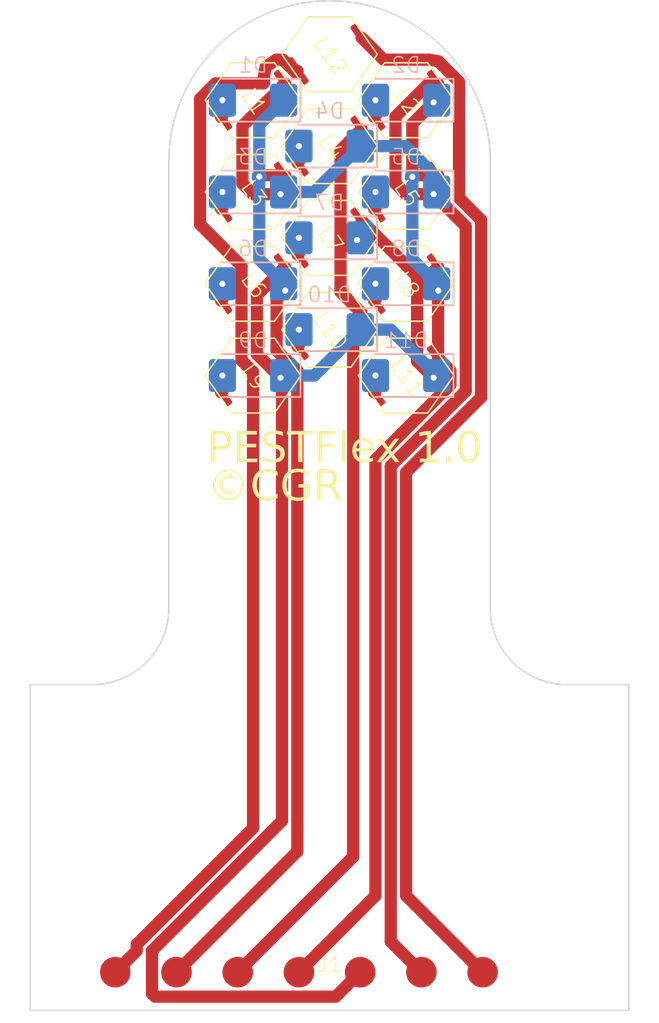
<source format=kicad_pcb>
(kicad_pcb (version 20221018) (generator pcbnew)
  (layers (0 "F.Cu" signal) (31 "B.Cu" signal) (34 "B.Paste" user) (35 "F.Paste" user) (36 "B.SilkS" user "B.Silkscreen") (37 "F.SilkS" user "F.Silkscreen") (38 "B.Mask" user) (39 "F.Mask" user) (44 "Edge.Cuts" user))
  (net 0 "")
  (net 1 "/X0")
  (net 2 "Net-(D1-A)")
  (net 3 "/X2")
  (net 4 "Net-(D2-A)")
  (net 5 "/Y0")
  (net 6 "Net-(D3-A)")
  (net 7 "Net-(D4-A)")
  (net 8 "Net-(D5-A)")
  (net 9 "Net-(D6-A)")
  (net 10 "/X1")
  (net 11 "Net-(D7-A)")
  (net 12 "Net-(D8-A)")
  (net 13 "/Y1")
  (net 14 "Net-(D9-A)")
  (net 15 "Net-(D10-A)")
  (net 16 "Net-(D11-A)")
  (net 17 "/A0")
  (net 18 "/B0")
  (footprint "Touchstone:PEST_SMD" (layer "F.Cu") (at 35 29 -55)
    (fp_text reference "L3" (at 0.1 0 -55 unlocked) (layer "F.SilkS") (effects (font (thickness 0.1))))
    (fp_text value "~")
    (fp_line (start -2.812163 -0.250029) (end -1.196767 -2.557054) (stroke (width 0.1)) (layer "F.SilkS"))
    (fp_line (start -1.790469 2.557054) (end -2.812163 -0.250029) (stroke (width 0.1)) (layer "F.SilkS"))
    (fp_line (start -1.196767 -2.557054) (end 1.790469 -2.557054) (stroke (width 0.1)) (layer "F.SilkS"))
    (fp_line (start 1.196767 2.557054) (end -1.790469 2.557054) (stroke (width 0.1)) (layer "F.SilkS"))
    (fp_line (start 1.790469 -2.557054) (end 2.812163 0.250029) (stroke (width 0.1)) (layer "F.SilkS"))
    (fp_line (start 2.812163 0.250029) (end 1.196767 2.557054) (stroke (width 0.1)) (layer "F.SilkS"))
    (pad "1" smd roundrect (at 0.3 -2.34 305) (size 2 0.5) (layers "F.Cu" "F.Paste" "F.Mask") (net 1 "/X0"))
    (pad "2" smd roundrect (at -0.3 2.34 305) (size 2 0.5) (layers "F.Cu" "F.Paste" "F.Mask") (net 6 "Net-(D3-A)"))
  )
  (footprint "Touchstone:PEST_SMD" (layer "F.Cu") (at 35 23 -55)
    (fp_text reference "L1" (at 0.1 0 -55 unlocked) (layer "F.SilkS") (effects (font (thickness 0.1))))
    (fp_text value "~")
    (fp_line (start -2.812163 -0.250029) (end -1.196767 -2.557054) (stroke (width 0.1)) (layer "F.SilkS"))
    (fp_line (start -1.790469 2.557054) (end -2.812163 -0.250029) (stroke (width 0.1)) (layer "F.SilkS"))
    (fp_line (start -1.196767 -2.557054) (end 1.790469 -2.557054) (stroke (width 0.1)) (layer "F.SilkS"))
    (fp_line (start 1.196767 2.557054) (end -1.790469 2.557054) (stroke (width 0.1)) (layer "F.SilkS"))
    (fp_line (start 1.790469 -2.557054) (end 2.812163 0.250029) (stroke (width 0.1)) (layer "F.SilkS"))
    (fp_line (start 2.812163 0.250029) (end 1.196767 2.557054) (stroke (width 0.1)) (layer "F.SilkS"))
    (pad "1" smd roundrect (at 0.3 -2.34 305) (size 2 0.5) (layers "F.Cu" "F.Paste" "F.Mask") (net 5 "/Y0"))
    (pad "2" smd roundrect (at -0.3 2.34 305) (size 2 0.5) (layers "F.Cu" "F.Paste" "F.Mask") (net 2 "Net-(D1-A)"))
  )
  (footprint "Touchstone:Mounting_Hole" (layer "F.Cu") (at 24 64.75)
    (fp_text reference "REF**" hide)
    (fp_text value "Mounting_Hole")
    (pad "" np_thru_hole circle (at 0 0) (size 3.1 3.1) (drill 3.1) (layers "F&B.Cu" "*.Mask"))
  )
  (footprint "Touchstone:PEST_SMD" (layer "F.Cu") (at 45 35 -55)
    (fp_text reference "L8" (at 0.1 0 -55 unlocked) (layer "F.SilkS") (effects (font (thickness 0.1))))
    (fp_text value "~")
    (fp_line (start -2.812163 -0.250029) (end -1.196767 -2.557054) (stroke (width 0.1)) (layer "F.SilkS"))
    (fp_line (start -1.790469 2.557054) (end -2.812163 -0.250029) (stroke (width 0.1)) (layer "F.SilkS"))
    (fp_line (start -1.196767 -2.557054) (end 1.790469 -2.557054) (stroke (width 0.1)) (layer "F.SilkS"))
    (fp_line (start 1.196767 2.557054) (end -1.790469 2.557054) (stroke (width 0.1)) (layer "F.SilkS"))
    (fp_line (start 1.790469 -2.557054) (end 2.812163 0.250029) (stroke (width 0.1)) (layer "F.SilkS"))
    (fp_line (start 2.812163 0.250029) (end 1.196767 2.557054) (stroke (width 0.1)) (layer "F.SilkS"))
    (pad "1" smd roundrect (at 0.3 -2.34 305) (size 2 0.5) (layers "F.Cu" "F.Paste" "F.Mask") (net 13 "/Y1"))
    (pad "2" smd roundrect (at -0.3 2.34 305) (size 2 0.5) (layers "F.Cu" "F.Paste" "F.Mask") (net 12 "Net-(D8-A)"))
  )
  (footprint "Touchstone:Mounting_Hole" (layer "F.Cu") (at 56 64.75)
    (fp_text reference "REF**" hide)
    (fp_text value "Mounting_Hole")
    (pad "" np_thru_hole circle (at 0 0) (size 3.1 3.1) (drill 3.1) (layers "*.Cu" "*.Mask"))
  )
  (footprint "Touchstone:PEST_SMD" (layer "F.Cu") (at 35 41 -55)
    (fp_text reference "L9" (at 0.1 0 -55 unlocked) (layer "F.SilkS") (effects (font (thickness 0.1))))
    (fp_text value "~")
    (fp_line (start -2.812163 -0.250029) (end -1.196767 -2.557054) (stroke (width 0.1)) (layer "F.SilkS"))
    (fp_line (start -1.790469 2.557054) (end -2.812163 -0.250029) (stroke (width 0.1)) (layer "F.SilkS"))
    (fp_line (start -1.196767 -2.557054) (end 1.790469 -2.557054) (stroke (width 0.1)) (layer "F.SilkS"))
    (fp_line (start 1.196767 2.557054) (end -1.790469 2.557054) (stroke (width 0.1)) (layer "F.SilkS"))
    (fp_line (start 1.790469 -2.557054) (end 2.812163 0.250029) (stroke (width 0.1)) (layer "F.SilkS"))
    (fp_line (start 2.812163 0.250029) (end 1.196767 2.557054) (stroke (width 0.1)) (layer "F.SilkS"))
    (pad "1" smd roundrect (at 0.3 -2.34 305) (size 2 0.5) (layers "F.Cu" "F.Paste" "F.Mask") (net 1 "/X0"))
    (pad "2" smd roundrect (at -0.3 2.34 305) (size 2 0.5) (layers "F.Cu" "F.Paste" "F.Mask") (net 14 "Net-(D9-A)"))
  )
  (footprint "Touchstone:PEST_SMD" (layer "F.Cu") (at 35 35 -55)
    (fp_text reference "L6" (at 0.1 0 -55 unlocked) (layer "F.SilkS") (effects (font (thickness 0.1))))
    (fp_text value "~")
    (fp_line (start -2.812163 -0.250029) (end -1.196767 -2.557054) (stroke (width 0.1)) (layer "F.SilkS"))
    (fp_line (start -1.790469 2.557054) (end -2.812163 -0.250029) (stroke (width 0.1)) (layer "F.SilkS"))
    (fp_line (start -1.196767 -2.557054) (end 1.790469 -2.557054) (stroke (width 0.1)) (layer "F.SilkS"))
    (fp_line (start 1.196767 2.557054) (end -1.790469 2.557054) (stroke (width 0.1)) (layer "F.SilkS"))
    (fp_line (start 1.790469 -2.557054) (end 2.812163 0.250029) (stroke (width 0.1)) (layer "F.SilkS"))
    (fp_line (start 2.812163 0.250029) (end 1.196767 2.557054) (stroke (width 0.1)) (layer "F.SilkS"))
    (pad "1" smd roundrect (at 0.3 -2.34 305) (size 2 0.5) (layers "F.Cu" "F.Paste" "F.Mask") (net 13 "/Y1"))
    (pad "2" smd roundrect (at -0.3 2.34 305) (size 2 0.5) (layers "F.Cu" "F.Paste" "F.Mask") (net 9 "Net-(D6-A)"))
  )
  (footprint "Touchstone:PEST_SMD" (layer "F.Cu") (at 40 26 -55)
    (fp_text reference "L4" (at 0.1 0 -55 unlocked) (layer "F.SilkS") (effects (font (thickness 0.1))))
    (fp_text value "~")
    (fp_line (start -2.812163 -0.250029) (end -1.196767 -2.557054) (stroke (width 0.1)) (layer "F.SilkS"))
    (fp_line (start -1.790469 2.557054) (end -2.812163 -0.250029) (stroke (width 0.1)) (layer "F.SilkS"))
    (fp_line (start -1.196767 -2.557054) (end 1.790469 -2.557054) (stroke (width 0.1)) (layer "F.SilkS"))
    (fp_line (start 1.196767 2.557054) (end -1.790469 2.557054) (stroke (width 0.1)) (layer "F.SilkS"))
    (fp_line (start 1.790469 -2.557054) (end 2.812163 0.250029) (stroke (width 0.1)) (layer "F.SilkS"))
    (fp_line (start 2.812163 0.250029) (end 1.196767 2.557054) (stroke (width 0.1)) (layer "F.SilkS"))
    (pad "1" smd roundrect (at 0.3 -2.34 305) (size 2 0.5) (layers "F.Cu" "F.Paste" "F.Mask") (net 10 "/X1"))
    (pad "2" smd roundrect (at -0.3 2.34 305) (size 2 0.5) (layers "F.Cu" "F.Paste" "F.Mask") (net 7 "Net-(D4-A)"))
  )
  (footprint "Touchstone:PEST_SMD" (layer "F.Cu") (at 40 38 -55)
    (fp_text reference "L10" (at 0.1 0 -55 unlocked) (layer "F.SilkS") (effects (font (thickness 0.1))))
    (fp_text value "~")
    (fp_line (start -2.812163 -0.250029) (end -1.196767 -2.557054) (stroke (width 0.1)) (layer "F.SilkS"))
    (fp_line (start -1.790469 2.557054) (end -2.812163 -0.250029) (stroke (width 0.1)) (layer "F.SilkS"))
    (fp_line (start -1.196767 -2.557054) (end 1.790469 -2.557054) (stroke (width 0.1)) (layer "F.SilkS"))
    (fp_line (start 1.196767 2.557054) (end -1.790469 2.557054) (stroke (width 0.1)) (layer "F.SilkS"))
    (fp_line (start 1.790469 -2.557054) (end 2.812163 0.250029) (stroke (width 0.1)) (layer "F.SilkS"))
    (fp_line (start 2.812163 0.250029) (end 1.196767 2.557054) (stroke (width 0.1)) (layer "F.SilkS"))
    (pad "1" smd roundrect (at 0.3 -2.34 305) (size 2 0.5) (layers "F.Cu" "F.Paste" "F.Mask") (net 10 "/X1"))
    (pad "2" smd roundrect (at -0.3 2.34 305) (size 2 0.5) (layers "F.Cu" "F.Paste" "F.Mask") (net 15 "Net-(D10-A)"))
  )
  (footprint "Touchstone:PEST_SMD" (layer "F.Cu") (at 45 41 -55)
    (fp_text reference "L11" (at 0.1 0 -55 unlocked) (layer "F.SilkS") (effects (font (thickness 0.1))))
    (fp_text value "~")
    (fp_line (start -2.812163 -0.250029) (end -1.196767 -2.557054) (stroke (width 0.1)) (layer "F.SilkS"))
    (fp_line (start -1.790469 2.557054) (end -2.812163 -0.250029) (stroke (width 0.1)) (layer "F.SilkS"))
    (fp_line (start -1.196767 -2.557054) (end 1.790469 -2.557054) (stroke (width 0.1)) (layer "F.SilkS"))
    (fp_line (start 1.196767 2.557054) (end -1.790469 2.557054) (stroke (width 0.1)) (layer "F.SilkS"))
    (fp_line (start 1.790469 -2.557054) (end 2.812163 0.250029) (stroke (width 0.1)) (layer "F.SilkS"))
    (fp_line (start 2.812163 0.250029) (end 1.196767 2.557054) (stroke (width 0.1)) (layer "F.SilkS"))
    (pad "1" smd roundrect (at 0.3 -2.34 305) (size 2 0.5) (layers "F.Cu" "F.Paste" "F.Mask") (net 3 "/X2"))
    (pad "2" smd roundrect (at -0.3 2.34 305) (size 2 0.5) (layers "F.Cu" "F.Paste" "F.Mask") (net 16 "Net-(D11-A)"))
  )
  (footprint "Touchstone:PEST_SMD" (layer "F.Cu") (at 45 29 -55)
    (fp_text reference "L5" (at 0.1 0 -55 unlocked) (layer "F.SilkS") (effects (font (thickness 0.1))))
    (fp_text value "~")
    (fp_line (start -2.812163 -0.250029) (end -1.196767 -2.557054) (stroke (width 0.1)) (layer "F.SilkS"))
    (fp_line (start -1.790469 2.557054) (end -2.812163 -0.250029) (stroke (width 0.1)) (layer "F.SilkS"))
    (fp_line (start -1.196767 -2.557054) (end 1.790469 -2.557054) (stroke (width 0.1)) (layer "F.SilkS"))
    (fp_line (start 1.196767 2.557054) (end -1.790469 2.557054) (stroke (width 0.1)) (layer "F.SilkS"))
    (fp_line (start 1.790469 -2.557054) (end 2.812163 0.250029) (stroke (width 0.1)) (layer "F.SilkS"))
    (fp_line (start 2.812163 0.250029) (end 1.196767 2.557054) (stroke (width 0.1)) (layer "F.SilkS"))
    (pad "1" smd roundrect (at 0.3 -2.34 305) (size 2 0.5) (layers "F.Cu" "F.Paste" "F.Mask") (net 3 "/X2"))
    (pad "2" smd roundrect (at -0.3 2.34 305) (size 2 0.5) (layers "F.Cu" "F.Paste" "F.Mask") (net 8 "Net-(D5-A)"))
  )
  (footprint "Touchstone:PEST_SMD" (layer "F.Cu") (at 40 20 -55)
    (fp_text reference "L12" (at 0.1 0 -55 unlocked) (layer "F.SilkS") (effects (font (thickness 0.1))))
    (fp_text value "~")
    (fp_line (start -2.812163 -0.250029) (end -1.196767 -2.557054) (stroke (width 0.1)) (layer "F.SilkS"))
    (fp_line (start -1.790469 2.557054) (end -2.812163 -0.250029) (stroke (width 0.1)) (layer "F.SilkS"))
    (fp_line (start -1.196767 -2.557054) (end 1.790469 -2.557054) (stroke (width 0.1)) (layer "F.SilkS"))
    (fp_line (start 1.196767 2.557054) (end -1.790469 2.557054) (stroke (width 0.1)) (layer "F.SilkS"))
    (fp_line (start 1.790469 -2.557054) (end 2.812163 0.250029) (stroke (width 0.1)) (layer "F.SilkS"))
    (fp_line (start 2.812163 0.250029) (end 1.196767 2.557054) (stroke (width 0.1)) (layer "F.SilkS"))
    (pad "1" smd roundrect (at 0.3 -2.34 305) (size 2 0.5) (layers "F.Cu" "F.Paste" "F.Mask") (net 17 "/A0"))
    (pad "2" smd roundrect (at -0.3 2.34 305) (size 2 0.5) (layers "F.Cu" "F.Paste" "F.Mask") (net 18 "/B0"))
  )
  (footprint "Touchstone:PEST_SMD" (layer "F.Cu") (at 40 32 -55)
    (fp_text reference "L7" (at 0.1 0 -55 unlocked) (layer "F.SilkS") (effects (font (thickness 0.1))))
    (fp_text value "~")
    (fp_line (start -2.812163 -0.250029) (end -1.196767 -2.557054) (stroke (width 0.1)) (layer "F.SilkS"))
    (fp_line (start -1.790469 2.557054) (end -2.812163 -0.250029) (stroke (width 0.1)) (layer "F.SilkS"))
    (fp_line (start -1.196767 -2.557054) (end 1.790469 -2.557054) (stroke (width 0.1)) (layer "F.SilkS"))
    (fp_line (start 1.196767 2.557054) (end -1.790469 2.557054) (stroke (width 0.1)) (layer "F.SilkS"))
    (fp_line (start 1.790469 -2.557054) (end 2.812163 0.250029) (stroke (width 0.1)) (layer "F.SilkS"))
    (fp_line (start 2.812163 0.250029) (end 1.196767 2.557054) (stroke (width 0.1)) (layer "F.SilkS"))
    (pad "1" smd roundrect (at 0.3 -2.34 305) (size 2 0.5) (layers "F.Cu" "F.Paste" "F.Mask") (net 13 "/Y1"))
    (pad "2" smd roundrect (at -0.3 2.34 305) (size 2 0.5) (layers "F.Cu" "F.Paste" "F.Mask") (net 11 "Net-(D7-A)"))
  )
  (footprint "Touchstone:Flex2Driver" (layer "F.Cu") (at 40 80)
    (fp_text reference "J1" (at 0 -0.5 unlocked) (layer "F.SilkS") (effects (font (thickness 0.1))))
    (fp_text value "Conn_01x07")
    (pad "1" smd circle (at -14 0) (size 2 2) (layers "F.Cu" "F.Paste" "F.Mask") (net 18 "/B0"))
    (pad "2" smd circle (at -10 0) (size 2 2) (layers "F.Cu" "F.Paste" "F.Mask") (net 1 "/X0"))
    (pad "3" smd circle (at -6 0) (size 2 2) (layers "F.Cu" "F.Paste" "F.Mask") (net 10 "/X1"))
    (pad "4" smd circle (at -2 0) (size 2 2) (layers "F.Cu" "F.Paste" "F.Mask") (net 3 "/X2"))
    (pad "5" smd circle (at 2 0) (size 2 2) (layers "F.Cu" "F.Paste" "F.Mask") (net 13 "/Y1"))
    (pad "6" smd circle (at 6 0) (size 2 2) (layers "F.Cu" "F.Paste" "F.Mask") (net 5 "/Y0"))
    (pad "7" smd circle (at 10 0) (size 2 2) (layers "F.Cu" "F.Paste" "F.Mask") (net 17 "/A0"))
  )
  (footprint "Touchstone:PEST_SMD" (layer "F.Cu") (at 45 23 -55)
    (fp_text reference "L2" (at 0.1 0 -55 unlocked) (layer "F.SilkS") (effects (font (thickness 0.1))))
    (fp_text value "~")
    (fp_line (start -2.812163 -0.250029) (end -1.196767 -2.557054) (stroke (width 0.1)) (layer "F.SilkS"))
    (fp_line (start -1.790469 2.557054) (end -2.812163 -0.250029) (stroke (width 0.1)) (layer "F.SilkS"))
    (fp_line (start -1.196767 -2.557054) (end 1.790469 -2.557054) (stroke (width 0.1)) (layer "F.SilkS"))
    (fp_line (start 1.196767 2.557054) (end -1.790469 2.557054) (stroke (width 0.1)) (layer "F.SilkS"))
    (fp_line (start 1.790469 -2.557054) (end 2.812163 0.250029) (stroke (width 0.1)) (layer "F.SilkS"))
    (fp_line (start 2.812163 0.250029) (end 1.196767 2.557054) (stroke (width 0.1)) (layer "F.SilkS"))
    (pad "1" smd roundrect (at 0.3 -2.34 305) (size 2 0.5) (layers "F.Cu" "F.Paste" "F.Mask") (net 5 "/Y0"))
    (pad "2" smd roundrect (at -0.3 2.34 305) (size 2 0.5) (layers "F.Cu" "F.Paste" "F.Mask") (net 4 "Net-(D2-A)"))
  )
  (footprint "Touchstone:ES2A-L Diode" (layer "B.Cu") (at 35 29 180)
    (fp_text reference "D3" (at 0 2.3 unlocked) (layer "B.SilkS") (effects (font (thickness 0.1)) (justify mirror)))
    (fp_text value "D")
    (fp_line (start -3.1 -1.4) (end 2 -1.4) (stroke (width 0.12)) (layer "B.SilkS"))
    (fp_line (start -3.1 1.4) (end -3.1 -1.4) (stroke (width 0.12)) (layer "B.SilkS"))
    (fp_line (start -3.1 1.4) (end 2 1.4) (stroke (width 0.12)) (layer "B.SilkS"))
    (pad "1" smd roundrect (at -2 0 180) (size 1.78 2.16) (layers "B.Cu" "B.Paste" "B.Mask") (roundrect_rratio 0.138888764) (net 5 "/Y0"))
    (pad "2" smd roundrect (at 2 0 180) (size 1.78 2.16) (layers "B.Cu" "B.Paste" "B.Mask") (roundrect_rratio 0.138888764) (net 6 "Net-(D3-A)"))
  )
  (footprint "Touchstone:ES2A-L Diode" (layer "B.Cu") (at 40 26 180)
    (fp_text reference "D4" (at 0 2.3 unlocked) (layer "B.SilkS") (effects (font (thickness 0.1)) (justify mirror)))
    (fp_text value "D")
    (fp_line (start -3.1 -1.4) (end 2 -1.4) (stroke (width 0.12)) (layer "B.SilkS"))
    (fp_line (start -3.1 1.4) (end -3.1 -1.4) (stroke (width 0.12)) (layer "B.SilkS"))
    (fp_line (start -3.1 1.4) (end 2 1.4) (stroke (width 0.12)) (layer "B.SilkS"))
    (pad "1" smd roundrect (at -2 0 180) (size 1.78 2.16) (layers "B.Cu" "B.Paste" "B.Mask") (roundrect_rratio 0.138888764) (net 5 "/Y0"))
    (pad "2" smd roundrect (at 2 0 180) (size 1.78 2.16) (layers "B.Cu" "B.Paste" "B.Mask") (roundrect_rratio 0.138888764) (net 7 "Net-(D4-A)"))
  )
  (footprint "Touchstone:ES2A-L Diode" (layer "B.Cu") (at 35 35 180)
    (fp_text reference "D6" (at 0 2.3 unlocked) (layer "B.SilkS") (effects (font (thickness 0.1)) (justify mirror)))
    (fp_text value "D")
    (fp_line (start -3.1 -1.4) (end 2 -1.4) (stroke (width 0.12)) (layer "B.SilkS"))
    (fp_line (start -3.1 1.4) (end -3.1 -1.4) (stroke (width 0.12)) (layer "B.SilkS"))
    (fp_line (start -3.1 1.4) (end 2 1.4) (stroke (width 0.12)) (layer "B.SilkS"))
    (pad "1" smd roundrect (at -2 0 180) (size 1.78 2.16) (layers "B.Cu" "B.Paste" "B.Mask") (roundrect_rratio 0.138888764) (net 1 "/X0"))
    (pad "2" smd roundrect (at 2 0 180) (size 1.78 2.16) (layers "B.Cu" "B.Paste" "B.Mask") (roundrect_rratio 0.138888764) (net 9 "Net-(D6-A)"))
  )
  (footprint "Touchstone:ES2A-L Diode" (layer "B.Cu") (at 45 29 180)
    (fp_text reference "D5" (at 0 2.3 unlocked) (layer "B.SilkS") (effects (font (thickness 0.1)) (justify mirror)))
    (fp_text value "D")
    (fp_line (start -3.1 -1.4) (end 2 -1.4) (stroke (width 0.12)) (layer "B.SilkS"))
    (fp_line (start -3.1 1.4) (end -3.1 -1.4) (stroke (width 0.12)) (layer "B.SilkS"))
    (fp_line (start -3.1 1.4) (end 2 1.4) (stroke (width 0.12)) (layer "B.SilkS"))
    (pad "1" smd roundrect (at -2 0 180) (size 1.78 2.16) (layers "B.Cu" "B.Paste" "B.Mask") (roundrect_rratio 0.138888764) (net 5 "/Y0"))
    (pad "2" smd roundrect (at 2 0 180) (size 1.78 2.16) (layers "B.Cu" "B.Paste" "B.Mask") (roundrect_rratio 0.138888764) (net 8 "Net-(D5-A)"))
  )
  (footprint "Touchstone:ES2A-L Diode" (layer "B.Cu") (at 40 32 180)
    (fp_text reference "D7" (at 0 2.3 unlocked) (layer "B.SilkS") (effects (font (thickness 0.1)) (justify mirror)))
    (fp_text value "D")
    (fp_line (start -3.1 -1.4) (end 2 -1.4) (stroke (width 0.12)) (layer "B.SilkS"))
    (fp_line (start -3.1 1.4) (end -3.1 -1.4) (stroke (width 0.12)) (layer "B.SilkS"))
    (fp_line (start -3.1 1.4) (end 2 1.4) (stroke (width 0.12)) (layer "B.SilkS"))
    (pad "1" smd roundrect (at -2 0 180) (size 1.78 2.16) (layers "B.Cu" "B.Paste" "B.Mask") (roundrect_rratio 0.138888764) (net 10 "/X1"))
    (pad "2" smd roundrect (at 2 0 180) (size 1.78 2.16) (layers "B.Cu" "B.Paste" "B.Mask") (roundrect_rratio 0.138888764) (net 11 "Net-(D7-A)"))
  )
  (footprint "Touchstone:ES2A-L Diode" (layer "B.Cu") (at 45 41 180)
    (fp_text reference "D11" (at 0 2.3 unlocked) (layer "B.SilkS") (effects (font (thickness 0.1)) (justify mirror)))
    (fp_text value "D")
    (fp_line (start -3.1 -1.4) (end 2 -1.4) (stroke (width 0.12)) (layer "B.SilkS"))
    (fp_line (start -3.1 1.4) (end -3.1 -1.4) (stroke (width 0.12)) (layer "B.SilkS"))
    (fp_line (start -3.1 1.4) (end 2 1.4) (stroke (width 0.12)) (layer "B.SilkS"))
    (pad "1" smd roundrect (at -2 0 180) (size 1.78 2.16) (layers "B.Cu" "B.Paste" "B.Mask") (roundrect_rratio 0.138888764) (net 13 "/Y1"))
    (pad "2" smd roundrect (at 2 0 180) (size 1.78 2.16) (layers "B.Cu" "B.Paste" "B.Mask") (roundrect_rratio 0.138888764) (net 16 "Net-(D11-A)"))
  )
  (footprint "Touchstone:ES2A-L Diode" (layer "B.Cu") (at 45 35 180)
    (fp_text reference "D8" (at 0 2.3 unlocked) (layer "B.SilkS") (effects (font (thickness 0.1)) (justify mirror)))
    (fp_text value "D")
    (fp_line (start -3.1 -1.4) (end 2 -1.4) (stroke (width 0.12)) (layer "B.SilkS"))
    (fp_line (start -3.1 1.4) (end -3.1 -1.4) (stroke (width 0.12)) (layer "B.SilkS"))
    (fp_line (start -3.1 1.4) (end 2 1.4) (stroke (width 0.12)) (layer "B.SilkS"))
    (pad "1" smd roundrect (at -2 0 180) (size 1.78 2.16) (layers "B.Cu" "B.Paste" "B.Mask") (roundrect_rratio 0.138888764) (net 3 "/X2"))
    (pad "2" smd roundrect (at 2 0 180) (size 1.78 2.16) (layers "B.Cu" "B.Paste" "B.Mask") (roundrect_rratio 0.138888764) (net 12 "Net-(D8-A)"))
  )
  (footprint "Touchstone:ES2A-L Diode" (layer "B.Cu") (at 40 38 180)
    (fp_text reference "D10" (at 0 2.3 unlocked) (layer "B.SilkS") (effects (font (thickness 0.1)) (justify mirror)))
    (fp_text value "D")
    (fp_line (start -3.1 -1.4) (end 2 -1.4) (stroke (width 0.12)) (layer "B.SilkS"))
    (fp_line (start -3.1 1.4) (end -3.1 -1.4) (stroke (width 0.12)) (layer "B.SilkS"))
    (fp_line (start -3.1 1.4) (end 2 1.4) (stroke (width 0.12)) (layer "B.SilkS"))
    (pad "1" smd roundrect (at -2 0 180) (size 1.78 2.16) (layers "B.Cu" "B.Paste" "B.Mask") (roundrect_rratio 0.138888764) (net 13 "/Y1"))
    (pad "2" smd roundrect (at 2 0 180) (size 1.78 2.16) (layers "B.Cu" "B.Paste" "B.Mask") (roundrect_rratio 0.138888764) (net 15 "Net-(D10-A)"))
  )
  (footprint "Touchstone:ES2A-L Diode" (layer "B.Cu") (at 35 23 180)
    (fp_text reference "D1" (at 0 2.3 unlocked) (layer "B.SilkS") (effects (font (thickness 0.1)) (justify mirror)))
    (fp_text value "D")
    (fp_line (start -3.1 -1.4) (end 2 -1.4) (stroke (width 0.12)) (layer "B.SilkS"))
    (fp_line (start -3.1 1.4) (end -3.1 -1.4) (stroke (width 0.12)) (layer "B.SilkS"))
    (fp_line (start -3.1 1.4) (end 2 1.4) (stroke (width 0.12)) (layer "B.SilkS"))
    (pad "1" smd roundrect (at -2 0 180) (size 1.78 2.16) (layers "B.Cu" "B.Paste" "B.Mask") (roundrect_rratio 0.138888764) (net 1 "/X0"))
    (pad "2" smd roundrect (at 2 0 180) (size 1.78 2.16) (layers "B.Cu" "B.Paste" "B.Mask") (roundrect_rratio 0.138888764) (net 2 "Net-(D1-A)"))
  )
  (footprint "Touchstone:ES2A-L Diode" (layer "B.Cu") (at 35 41 180)
    (fp_text reference "D9" (at 0 2.3 unlocked) (layer "B.SilkS") (effects (font (thickness 0.1)) (justify mirror)))
    (fp_text value "D")
    (fp_line (start -3.1 -1.4) (end 2 -1.4) (stroke (width 0.12)) (layer "B.SilkS"))
    (fp_line (start -3.1 1.4) (end -3.1 -1.4) (stroke (width 0.12)) (layer "B.SilkS"))
    (fp_line (start -3.1 1.4) (end 2 1.4) (stroke (width 0.12)) (layer "B.SilkS"))
    (pad "1" smd roundrect (at -2 0 180) (size 1.78 2.16) (layers "B.Cu" "B.Paste" "B.Mask") (roundrect_rratio 0.138888764) (net 13 "/Y1"))
    (pad "2" smd roundrect (at 2 0 180) (size 1.78 2.16) (layers "B.Cu" "B.Paste" "B.Mask") (roundrect_rratio 0.138888764) (net 14 "Net-(D9-A)"))
  )
  (footprint "Touchstone:ES2A-L Diode" (layer "B.Cu") (at 45 23 180)
    (fp_text reference "D2" (at 0 2.3 unlocked) (layer "B.SilkS") (effects (font (thickness 0.1)) (justify mirror)))
    (fp_text value "D")
    (fp_line (start -3.1 -1.4) (end 2 -1.4) (stroke (width 0.12)) (layer "B.SilkS"))
    (fp_line (start -3.1 1.4) (end -3.1 -1.4) (stroke (width 0.12)) (layer "B.SilkS"))
    (fp_line (start -3.1 1.4) (end 2 1.4) (stroke (width 0.12)) (layer "B.SilkS"))
    (pad "1" smd roundrect (at -2 0 180) (size 1.78 2.16) (layers "B.Cu" "B.Paste" "B.Mask") (roundrect_rratio 0.138888764) (net 3 "/X2"))
    (pad "2" smd roundrect (at 2 0 180) (size 1.78 2.16) (layers "B.Cu" "B.Paste" "B.Mask") (roundrect_rratio 0.138888764) (net 4 "Net-(D2-A)"))
  )
  (gr_line (start 50.5 27) (end 50.5 56.2) (stroke (width 0.1)) (layer "Edge.Cuts"))
  (gr_line (start 55.5 61.2) (end 59.55 61.2) (stroke (width 0.1)) (layer "Edge.Cuts"))
  (gr_arc (start 29.5 56.2) (mid 28.035534 59.735534) (end 24.5 61.2) (stroke (width 0.1)) (layer "Edge.Cuts"))
  (gr_arc (start 29.5 27) (mid 40 16.5) (end 50.5 27) (stroke (width 0.1)) (layer "Edge.Cuts"))
  (gr_line (start 29.5 27) (end 29.5 56.2) (stroke (width 0.1)) (layer "Edge.Cuts"))
  (gr_line (start 20.45 61.2) (end 24.5 61.2) (stroke (width 0.1)) (layer "Edge.Cuts"))
  (gr_line (start 59.55 61.2) (end 59.55 82.5) (stroke (width 0.1)) (layer "Edge.Cuts"))
  (gr_line (start 59.55 82.5) (end 20.45 82.5) (stroke (width 0.1)) (layer "Edge.Cuts"))
  (gr_arc (start 55.5 61.2) (mid 51.964466 59.735534) (end 50.5 56.2) (stroke (width 0.1)) (layer "Edge.Cuts"))
  (gr_line (start 20.45 61.2) (end 20.45 82.5) (stroke (width 0.1)) (layer "Edge.Cuts"))
  (gr_text "©CGR" (at 32 49.5) (layer "F.SilkS") (effects (font (size 2 2)) (justify left bottom)))
  (gr_text "PESTFlex 1.0" (at 32 47) (layer "F.SilkS") (effects (font (size 2 2)) (justify left bottom)))
  (segment (start 36.540705 36.006689) (end 37.101135 35.446259) (width 0.8) (layer "F.Cu") (net 1))
  (segment (start 30 80) (end 37.89701 72.10299) (width 0.8) (layer "F.Cu") (net 1))
  (segment (start 37.89701 40.6865) (end 37.114087 39.903577) (width 0.8) (layer "F.Cu") (net 1))
  (segment (start 37.088889 39.903577) (end 36.540705 39.355393) (width 0.8) (layer "F.Cu") (net 1))
  (segment (start 37.088889 27.903577) (end 35.506423 27.903577) (width 0.8) (layer "F.Cu") (net 1))
  (segment (start 36.540705 39.355393) (end 36.540705 36.006689) (width 0.8) (layer "F.Cu") (net 1))
  (segment (start 35.506423 27.903577) (end 35.41 28) (width 0.8) (layer "F.Cu") (net 1))
  (segment (start 37.89701 72.10299) (end 37.89701 40.6865) (width 0.8) (layer "F.Cu") (net 1))
  (segment (start 37.114087 39.903577) (end 37.088889 39.903577) (width 0.8) (layer "F.Cu") (net 1))
  (via (at 37.101135 35.446259) (size 1) (drill 0.4) (layers "F.Cu" "B.Cu") (net 1))
  (via (at 35.41 28) (size 1) (drill 0.4) (layers "F.Cu" "B.Cu") (net 1))
  (segment (start 35.41 28) (end 35.41 33.41) (width 0.8) (layer "B.Cu") (net 1))
  (segment (start 35.41 24.59) (end 35.41 28) (width 0.8) (layer "B.Cu") (net 1))
  (segment (start 35.41 33.41) (end 37 35) (width 0.8) (layer "B.Cu") (net 1))
  (segment (start 37 23) (end 35.41 24.59) (width 0.8) (layer "B.Cu") (net 1))
  (segment (start 33 23) (end 33 24.007534) (width 0.8) (layer "F.Cu") (net 2))
  (segment (start 33 24.007534) (end 32.911111 24.096423) (width 0.8) (layer "F.Cu") (net 2))
  (via (at 33 23) (size 1) (drill 0.4) (layers "F.Cu" "B.Cu") (net 2))
  (segment (start 43 75) (end 43 46.49478) (width 0.8) (layer "F.Cu") (net 3))
  (segment (start 38 80) (end 43 75) (width 0.8) (layer "F.Cu") (net 3))
  (segment (start 45.41 24.529145) (end 46.79701 23.142135) (width 0.8) (layer "F.Cu") (net 3))
  (segment (start 47.088889 39.903577) (end 47.088889 35.458505) (width 0.8) (layer "F.Cu") (net 3))
  (segment (start 45.506423 27.903577) (end 45.41 28) (width 0.8) (layer "F.Cu") (net 3))
  (segment (start 47.89701 40.6865) (end 47.114087 39.903577) (width 0.8) (layer "F.Cu") (net 3))
  (segment (start 47.088889 27.903577) (end 45.506423 27.903577) (width 0.8) (layer "F.Cu") (net 3))
  (segment (start 47.114087 39.903577) (end 47.088889 39.903577) (width 0.8) (layer "F.Cu") (net 3))
  (segment (start 47.088889 35.458505) (end 47.102678 35.444716) (width 0.8) (layer "F.Cu") (net 3))
  (segment (start 47.89701 41.59777) (end 47.89701 40.6865) (width 0.8) (layer "F.Cu") (net 3))
  (segment (start 45.41 28) (end 45.41 24.529145) (width 0.8) (layer "F.Cu") (net 3))
  (segment (start 43 46.49478) (end 47.89701 41.59777) (width 0.8) (layer "F.Cu") (net 3))
  (via (at 46.79701 23.142135) (size 1) (drill 0.4) (layers "F.Cu" "B.Cu") (net 3))
  (via (at 45.41 28) (size 1) (drill 0.4) (layers "F.Cu" "B.Cu") (net 3))
  (via (at 47.102678 35.444716) (size 1) (drill 0.4) (layers "F.Cu" "B.Cu") (net 3))
  (segment (start 45.41 33.41) (end 47 35) (width 0.8) (layer "B.Cu") (net 3))
  (segment (start 45.41 28) (end 45.41 33.41) (width 0.8) (layer "B.Cu") (net 3))
  (segment (start 43 23) (end 43 24.007534) (width 0.8) (layer "F.Cu") (net 4))
  (segment (start 43 24.007534) (end 42.911111 24.096423) (width 0.8) (layer "F.Cu") (net 4))
  (via (at 43 23) (size 1) (drill 0.4) (layers "F.Cu" "B.Cu") (net 4))
  (segment (start 34.31 24.682466) (end 34.31 28.455635) (width 0.8) (layer "F.Cu") (net 5))
  (segment (start 34.31 28.455635) (end 34.998565 29.1442) (width 0.8) (layer "F.Cu") (net 5))
  (segment (start 48.89701 42.011984) (end 48.89701 31.242135) (width 0.8) (layer "F.Cu") (net 5))
  (segment (start 44.9965 29.142135) (end 46.79701 29.142135) (width 0.8) (layer "F.Cu") (net 5))
  (segment (start 44 78) (end 44 46.908994) (width 0.8) (layer "F.Cu") (net 5))
  (segment (start 46 80) (end 44 78) (width 0.8) (layer "F.Cu") (net 5))
  (segment (start 37.088889 21.903577) (end 34.31 24.682466) (width 0.8) (layer "F.Cu") (net 5))
  (segment (start 44 46.908994) (end 48.89701 42.011984) (width 0.8) (layer "F.Cu") (net 5))
  (segment (start 48.89701 31.242135) (end 46.79701 29.142135) (width 0.8) (layer "F.Cu") (net 5))
  (segment (start 46.479933 21.903577) (end 44.31 24.07351) (width 0.8) (layer "F.Cu") (net 5))
  (segment (start 47.088889 21.903577) (end 46.479933 21.903577) (width 0.8) (layer "F.Cu") (net 5))
  (segment (start 34.998565 29.1442) (end 36.798456 29.1442) (width 0.8) (layer "F.Cu") (net 5))
  (segment (start 44.31 28.455635) (end 44.9965 29.142135) (width 0.8) (layer "F.Cu") (net 5))
  (segment (start 44.31 24.07351) (end 44.31 28.455635) (width 0.8) (layer "F.Cu") (net 5))
  (via (at 46.79701 29.142135) (size 1) (drill 0.4) (layers "F.Cu" "B.Cu") (net 5))
  (via (at 36.798456 29.1442) (size 1) (drill 0.4) (layers "F.Cu" "B.Cu") (net 5))
  (segment (start 44.965635 26) (end 47 28.034365) (width 0.8) (layer "B.Cu") (net 5))
  (segment (start 47 28.034365) (end 47 29) (width 0.8) (layer "B.Cu") (net 5))
  (segment (start 42 26) (end 39 29) (width 0.8) (layer "B.Cu") (net 5))
  (segment (start 42 26) (end 44.965635 26) (width 0.8) (layer "B.Cu") (net 5))
  (segment (start 39 29) (end 37 29) (width 0.8) (layer "B.Cu") (net 5))
  (segment (start 33 29) (end 33 30.007534) (width 0.8) (layer "F.Cu") (net 6))
  (segment (start 33 30.007534) (end 32.911111 30.096423) (width 0.8) (layer "F.Cu") (net 6))
  (via (at 33 29) (size 1) (drill 0.4) (layers "F.Cu" "B.Cu") (net 6))
  (segment (start 38 26) (end 38 27.007534) (width 0.8) (layer "F.Cu") (net 7))
  (segment (start 38 27.007534) (end 37.911111 27.096423) (width 0.8) (layer "F.Cu") (net 7))
  (via (at 38 26) (size 1) (drill 0.4) (layers "F.Cu" "B.Cu") (net 7))
  (segment (start 43 30.007534) (end 42.911111 30.096423) (width 0.8) (layer "F.Cu") (net 8))
  (segment (start 43 29) (end 43 30.007534) (width 0.8) (layer "F.Cu") (net 8))
  (via (at 43 29) (size 1) (drill 0.4) (layers "F.Cu" "B.Cu") (net 8))
  (segment (start 33 36.007534) (end 32.911111 36.096423) (width 0.8) (layer "F.Cu") (net 9))
  (segment (start 33 35) (end 33 36.007534) (width 0.8) (layer "F.Cu") (net 9))
  (via (at 33 35) (size 1) (drill 0.4) (layers "F.Cu" "B.Cu") (net 9))
  (segment (start 40.718483 32.25) (end 40.718483 26.273983) (width 0.8) (layer "F.Cu") (net 10))
  (segment (start 41.689145 32.25) (end 41.79701 32.142135) (width 0.8) (layer "F.Cu") (net 10))
  (segment (start 34 80) (end 41.540705 72.459295) (width 0.8) (layer "F.Cu") (net 10))
  (segment (start 41.540705 37.451761) (end 42.088889 36.903577) (width 0.8) (layer "F.Cu") (net 10))
  (segment (start 40.718483 32.25) (end 41.689145 32.25) (width 0.8) (layer "F.Cu") (net 10))
  (segment (start 41.540705 72.459295) (end 41.540705 37.451761) (width 0.8) (layer "F.Cu") (net 10))
  (segment (start 40.718483 26.273983) (end 42.088889 24.903577) (width 0.8) (layer "F.Cu") (net 10))
  (segment (start 42.088889 36.903577) (end 40.718483 35.533171) (width 0.8) (layer "F.Cu") (net 10))
  (segment (start 40.718483 35.533171) (end 40.718483 32.25) (width 0.8) (layer "F.Cu") (net 10))
  (via (at 41.79701 32.142135) (size 1) (drill 0.4) (layers "F.Cu" "B.Cu") (net 10))
  (segment (start 38 33.007534) (end 37.911111 33.096423) (width 0.8) (layer "F.Cu") (net 11))
  (segment (start 38 32) (end 38 33.007534) (width 0.8) (layer "F.Cu") (net 11))
  (via (at 38 32) (size 1) (drill 0.4) (layers "F.Cu" "B.Cu") (net 11))
  (segment (start 43 35) (end 43 36.007534) (width 0.8) (layer "F.Cu") (net 12))
  (segment (start 43 36.007534) (end 42.911111 36.096423) (width 0.8) (layer "F.Cu") (net 12))
  (via (at 43 35) (size 1) (drill 0.4) (layers "F.Cu" "B.Cu") (net 12))
  (segment (start 35.25 39.595125) (end 36.79701 41.142135) (width 0.8) (layer "F.Cu") (net 13))
  (segment (start 42 80) (end 40.4 81.6) (width 0.8) (layer "F.Cu") (net 13))
  (segment (start 45.718483 34.507973) (end 45.718483 35.273983) (width 0.8) (layer "F.Cu") (net 13))
  (segment (start 36.89701 41.242135) (end 36.79701 41.142135) (width 0.8) (layer "F.Cu") (net 13))
  (segment (start 45.718483 40.063608) (end 46.79701 41.142135) (width 0.8) (layer "F.Cu") (net 13))
  (segment (start 37.088889 33.903577) (end 35.25 35.742466) (width 0.8) (layer "F.Cu") (net 13))
  (segment (start 42.114087 30.903577) (end 45.718483 34.507973) (width 0.8) (layer "F.Cu") (net 13))
  (segment (start 36.89701 70.10299) (end 36.89701 41.242135) (width 0.8) (layer "F.Cu") (net 13))
  (segment (start 28.4 78.6) (end 36.89701 70.10299) (width 0.8) (layer "F.Cu") (net 13))
  (segment (start 47.088889 33.903577) (end 45.718483 35.273983) (width 0.8) (layer "F.Cu") (net 13))
  (segment (start 42.088889 30.903577) (end 42.114087 30.903577) (width 0.8) (layer "F.Cu") (net 13))
  (segment (start 40.4 81.6) (end 28.6 81.6) (width 0.8) (layer "F.Cu") (net 13))
  (segment (start 45.718483 35.273983) (end 45.718483 40.063608) (width 0.8) (layer "F.Cu") (net 13))
  (segment (start 28.4 81.4) (end 28.4 78.6) (width 0.8) (layer "F.Cu") (net 13))
  (segment (start 35.25 35.742466) (end 35.25 39.595125) (width 0.8) (layer "F.Cu") (net 13))
  (segment (start 28.6 81.6) (end 28.4 81.4) (width 0.8) (layer "F.Cu") (net 13))
  (via (at 36.79701 41.142135) (size 1) (drill 0.4) (layers "F.Cu" "B.Cu") (net 13))
  (via (at 46.79701 41.142135) (size 1) (drill 0.4) (layers "F.Cu" "B.Cu") (net 13))
  (segment (start 42 38) (end 44 38) (width 0.8) (layer "B.Cu") (net 13))
  (segment (start 39 41) (end 37 41) (width 0.8) (layer "B.Cu") (net 13))
  (segment (start 44 38) (end 47 41) (width 0.8) (layer "B.Cu") (net 13))
  (segment (start 42 38) (end 39 41) (width 0.8) (layer "B.Cu") (net 13))
  (segment (start 33 42.007534) (end 32.911111 42.096423) (width 0.8) (layer "F.Cu") (net 14))
  (segment (start 33 41) (end 33 42.007534) (width 0.8) (layer "F.Cu") (net 14))
  (via (at 33 41) (size 1) (drill 0.4) (layers "F.Cu" "B.Cu") (net 14))
  (segment (start 38 39.007534) (end 37.911111 39.096423) (width 0.8) (layer "F.Cu") (net 15))
  (segment (start 38 38) (end 38 39.007534) (width 0.8) (layer "F.Cu") (net 15))
  (via (at 38 38) (size 1) (drill 0.4) (layers "F.Cu" "B.Cu") (net 15))
  (segment (start 43 42.007534) (end 42.911111 42.096423) (width 0.8) (layer "F.Cu") (net 16))
  (segment (start 43 41) (end 43 42.007534) (width 0.8) (layer "F.Cu") (net 16))
  (via (at 43 41) (size 1) (drill 0.4) (layers "F.Cu" "B.Cu") (net 16))
  (segment (start 49.89701 42.426198) (end 49.89701 30.827921) (width 0.8) (layer "F.Cu") (net 17))
  (segment (start 45 47.323208) (end 49.89701 42.426198) (width 0.8) (layer "F.Cu") (net 17))
  (segment (start 48.459295 21.801537) (end 47.111041 20.453283) (width 0.8) (layer "F.Cu") (net 17))
  (segment (start 49.89701 30.827921) (end 48.459295 29.390206) (width 0.8) (layer "F.Cu") (net 17))
  (segment (start 45 75) (end 45 47.323208) (width 0.8) (layer "F.Cu") (net 17))
  (segment (start 48.459295 29.390206) (end 48.459295 21.801537) (width 0.8) (layer "F.Cu") (net 17))
  (segment (start 43.534301 20.348989) (end 42.088889 18.903577) (width 0.8) (layer "F.Cu") (net 17))
  (segment (start 47.111041 20.453283) (end 46.519557 20.348989) (width 0.8) (layer "F.Cu") (net 17))
  (segment (start 50 80) (end 45 75) (width 0.8) (layer "F.Cu") (net 17))
  (segment (start 46.519557 20.348989) (end 43.534301 20.348989) (width 0.8) (layer "F.Cu") (net 17))
  (segment (start 35 40.759339) (end 34.25 40.009339) (width 0.8) (layer "F.Cu") (net 18))
  (segment (start 35.718483 21.859769) (end 35.718483 21.428363) (width 0.8) (layer "F.Cu") (net 18))
  (segment (start 36.519557 20.348989) (end 36.948515 20.348989) (width 0.8) (layer "F.Cu") (net 18))
  (segment (start 34.25 40.009339) (end 34.25 33.828252) (width 0.8) (layer "F.Cu") (net 18))
  (segment (start 31.540705 31.118957) (end 31.540705 22.90366) (width 0.8) (layer "F.Cu") (net 18))
  (segment (start 31.540705 22.90366) (end 32.544365 21.9) (width 0.8) (layer "F.Cu") (net 18))
  (segment (start 35.718483 21.428363) (end 35.822777 20.836879) (width 0.8) (layer "F.Cu") (net 18))
  (segment (start 34.25 33.828252) (end 31.540705 31.118957) (width 0.8) (layer "F.Cu") (net 18))
  (segment (start 37.80353 21.204004) (end 37.911111 21.096423) (width 0.8) (layer "F.Cu") (net 18))
  (segment (start 35 70.585786) (end 35 40.759339) (width 0.8) (layer "F.Cu") (net 18))
  (segment (start 32.544365 21.9) (end 35.678252 21.9) (width 0.8) (layer "F.Cu") (net 18))
  (segment (start 35.822777 20.836879) (end 36.519557 20.348989) (width 0.8) (layer "F.Cu") (net 18))
  (segment (start 27.399999 78.600001) (end 27.399999 78.185787) (width 0.8) (layer "F.Cu") (net 18))
  (segment (start 36.948515 20.348989) (end 37.80353 21.204004) (width 0.8) (layer "F.Cu") (net 18))
  (segment (start 27.399999 78.185787) (end 35 70.585786) (width 0.8) (layer "F.Cu") (net 18))
  (segment (start 35.678252 21.9) (end 35.718483 21.859769) (width 0.8) (layer "F.Cu") (net 18))
  (segment (start 26 80) (end 27.399999 78.600001) (width 0.8) (layer "F.Cu") (net 18))
)
</source>
